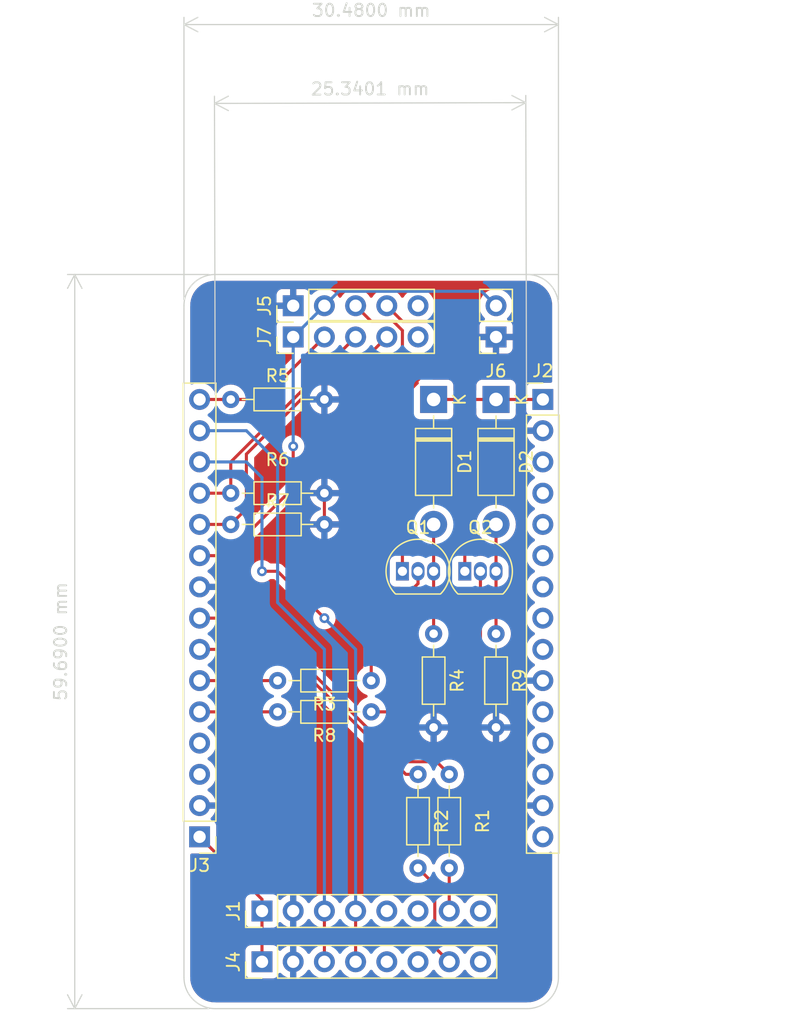
<source format=kicad_pcb>
(kicad_pcb (version 20211014) (generator pcbnew)
  (layers (0 "F.Cu" signal) (31 "B.Cu" signal) (34 "B.Paste" user) (35 "F.Paste" user) (36 "B.SilkS" user "B.Silkscreen") (37 "F.SilkS" user "F.Silkscreen") (38 "B.Mask" user) (39 "F.Mask" user) (44 "Edge.Cuts" user))
  (net 0 "")
  (net 1 "Net-(Q1-Pad2)")
  (net 2 "D8")
  (net 3 "Net-(D1-Pad2)")
  (net 4 "G")
  (net 5 "Net-(Q2-Pad2)")
  (net 6 "D7")
  (net 7 "Net-(D2-Pad2)")
  (net 8 "Xaxis")
  (net 9 "Yaxis")
  (net 10 "A0")
  (net 11 "3V")
  (net 12 "VV")
  (net 13 "S3")
  (net 14 "S2")
  (net 15 "S1")
  (net 16 "Sc")
  (net 17 "S0")
  (net 18 "SK")
  (net 19 "EN")
  (net 20 "RST")
  (net 21 "Vin")
  (net 22 "TX")
  (net 23 "RT")
  (net 24 "D6")
  (net 25 "D5")
  (net 26 "D4")
  (net 27 "D3")
  (net 28 "D2")
  (net 29 "D1")
  (net 30 "D0")
  (net 39 "Net-(J1-Pad7)")
  (net 40 "Net-(J4-Pad7)")
  (footprint "Connector_PinHeader_2.54mm:PinHeader_1x05_P2.54mm_Vertical" (layer "F.Cu") (at 81.28 50.8 90)
    (fp_text reference "J5" (at 0 -2.33 90) (layer "F.SilkS"))
    (fp_text value "Joystick")
    (fp_line (start -1.33 0) (end -1.33 -1.33) (layer "F.SilkS") (width 0.12))
    (fp_line (start 1.33 1.27) (end 1.33 11.49) (layer "F.SilkS") (width 0.12))
    (fp_line (start -1.33 1.27) (end -1.33 11.49) (layer "F.SilkS") (width 0.12))
    (fp_line (start -1.33 -1.33) (end 0 -1.33) (layer "F.SilkS") (width 0.12))
    (fp_line (start -1.33 1.27) (end 1.33 1.27) (layer "F.SilkS") (width 0.12))
    (fp_line (start -1.33 11.49) (end 1.33 11.49) (layer "F.SilkS") (width 0.12))
    (pad "1" thru_hole rect (at 0 0 90) (size 1.7 1.7) (drill 1) (layers *.Cu *.Mask) (net 4 "G"))
    (pad "2" thru_hole oval (at 0 2.54 90) (size 1.7 1.7) (drill 1) (layers *.Cu *.Mask) (net 11 "3V"))
    (pad "3" thru_hole oval (at 0 5.08 90) (size 1.7 1.7) (drill 1) (layers *.Cu *.Mask) (net 8 "Xaxis"))
    (pad "4" thru_hole oval (at 0 7.62 90) (size 1.7 1.7) (drill 1) (layers *.Cu *.Mask) (net 9 "Yaxis"))
    (pad "5" thru_hole oval (at 0 10.16 90) (size 1.7 1.7) (drill 1) (layers *.Cu *.Mask))
  )
  (footprint "Connector_PinHeader_2.54mm:PinHeader_1x08_P2.54mm_Vertical" (layer "F.Cu") (at 78.74 100.0125 90)
    (fp_text reference "J1" (at 0 -2.33 90) (layer "F.SilkS"))
    (fp_text value "SensorIn")
    (fp_line (start -1.33 19.11) (end 1.33 19.11) (layer "F.SilkS") (width 0.12))
    (fp_line (start -1.33 -1.33) (end 0 -1.33) (layer "F.SilkS") (width 0.12))
    (fp_line (start -1.33 1.27) (end -1.33 19.11) (layer "F.SilkS") (width 0.12))
    (fp_line (start 1.33 1.27) (end 1.33 19.11) (layer "F.SilkS") (width 0.12))
    (fp_line (start -1.33 0) (end -1.33 -1.33) (layer "F.SilkS") (width 0.12))
    (fp_line (start -1.33 1.27) (end 1.33 1.27) (layer "F.SilkS") (width 0.12))
    (pad "1" thru_hole rect (at 0 0 90) (size 1.7 1.7) (drill 1) (layers *.Cu *.Mask) (net 11 "3V"))
    (pad "2" thru_hole oval (at 0 2.54 90) (size 1.7 1.7) (drill 1) (layers *.Cu *.Mask) (net 4 "G"))
    (pad "3" thru_hole oval (at 0 5.08 90) (size 1.7 1.7) (drill 1) (layers *.Cu *.Mask) (net 29 "D1"))
    (pad "4" thru_hole oval (at 0 7.62 90) (size 1.7 1.7) (drill 1) (layers *.Cu *.Mask) (net 28 "D2"))
    (pad "5" thru_hole oval (at 0 10.16 90) (size 1.7 1.7) (drill 1) (layers *.Cu *.Mask))
    (pad "6" thru_hole oval (at 0 12.7 90) (size 1.7 1.7) (drill 1) (layers *.Cu *.Mask))
    (pad "7" thru_hole oval (at 0 15.24 90) (size 1.7 1.7) (drill 1) (layers *.Cu *.Mask) (net 39 "Net-(J1-Pad7)"))
    (pad "8" thru_hole oval (at 0 17.78 90) (size 1.7 1.7) (drill 1) (layers *.Cu *.Mask))
  )
  (footprint "Package_TO_SOT_THT:TO-92_Inline" (layer "F.Cu") (at 95.25 72.39)
    (fp_text reference "Q2" (at 1.27 -3.56) (layer "F.SilkS"))
    (fp_text value "BC337")
    (fp_line (start -0.53 1.85) (end 3.07 1.85) (layer "F.SilkS") (width 0.12))
    (fp_arc (start 1.27 -2.6) (mid 3.672087 -0.994977) (end 3.108478 1.838478) (layer "F.SilkS") (width 0.12))
    (fp_arc (start -0.568478 1.838478) (mid -1.132087 -0.994977) (end 1.27 -2.6) (layer "F.SilkS") (width 0.12))
    (pad "1" thru_hole rect (at 0 0) (size 1.05 1.5) (drill 0.75) (layers *.Cu *.Mask) (net 9 "Yaxis"))
    (pad "2" thru_hole oval (at 1.27 0) (size 1.05 1.5) (drill 0.75) (layers *.Cu *.Mask) (net 5 "Net-(Q2-Pad2)"))
    (pad "3" thru_hole oval (at 2.54 0) (size 1.05 1.5) (drill 0.75) (layers *.Cu *.Mask) (net 7 "Net-(D2-Pad2)"))
  )
  (footprint "Diode_THT:D_DO-41_SOD81_P10.16mm_Horizontal" (layer "F.Cu") (at 92.71 58.42 -90)
    (fp_text reference "D1" (at 5.08 -2.54 90) (layer "F.SilkS"))
    (fp_text value "1N4007")
    (fp_text user "K" (at 0 -2.1 90) (layer "F.SilkS"))
    (fp_line (start 3.38 -1.47) (end 3.38 1.47) (layer "F.SilkS") (width 0.12))
    (fp_line (start 7.8 1.47) (end 7.8 -1.47) (layer "F.SilkS") (width 0.12))
    (fp_line (start 2.36 1.47) (end 7.8 1.47) (layer "F.SilkS") (width 0.12))
    (fp_line (start 8.82 0) (end 7.8 0) (layer "F.SilkS") (width 0.12))
    (fp_line (start 1.34 0) (end 2.36 0) (layer "F.SilkS") (width 0.12))
    (fp_line (start 3.26 -1.47) (end 3.26 1.47) (layer "F.SilkS") (width 0.12))
    (fp_line (start 7.8 -1.47) (end 2.36 -1.47) (layer "F.SilkS") (width 0.12))
    (fp_line (start 2.36 -1.47) (end 2.36 1.47) (layer "F.SilkS") (width 0.12))
    (fp_line (start 3.14 -1.47) (end 3.14 1.47) (layer "F.SilkS") (width 0.12))
    (pad "1" thru_hole rect (at 0 0 270) (size 2.2 2.2) (drill 1.1) (layers *.Cu *.Mask) (net 10 "A0"))
    (pad "2" thru_hole oval (at 10.16 0 270) (size 2.2 2.2) (drill 1.1) (layers *.Cu *.Mask) (net 3 "Net-(D1-Pad2)"))
  )
  (footprint "Diode_THT:D_DO-41_SOD81_P10.16mm_Horizontal" (layer "F.Cu") (at 97.79 58.42 -90)
    (fp_text reference "D2" (at 5.08 -2.47 -270) (layer "F.SilkS"))
    (fp_text value "1N4007")
    (fp_text user "K" (at 0 -2.1 -270) (layer "F.SilkS"))
    (fp_line (start 8.82 0) (end 7.8 0) (layer "F.SilkS") (width 0.12))
    (fp_line (start 2.36 1.47) (end 7.8 1.47) (layer "F.SilkS") (width 0.12))
    (fp_line (start 3.26 -1.47) (end 3.26 1.47) (layer "F.SilkS") (width 0.12))
    (fp_line (start 3.14 -1.47) (end 3.14 1.47) (layer "F.SilkS") (width 0.12))
    (fp_line (start 2.36 -1.47) (end 2.36 1.47) (layer "F.SilkS") (width 0.12))
    (fp_line (start 1.34 0) (end 2.36 0) (layer "F.SilkS") (width 0.12))
    (fp_line (start 7.8 -1.47) (end 2.36 -1.47) (layer "F.SilkS") (width 0.12))
    (fp_line (start 7.8 1.47) (end 7.8 -1.47) (layer "F.SilkS") (width 0.12))
    (fp_line (start 3.38 -1.47) (end 3.38 1.47) (layer "F.SilkS") (width 0.12))
    (pad "1" thru_hole rect (at 0 0 270) (size 2.2 2.2) (drill 1.1) (layers *.Cu *.Mask) (net 10 "A0"))
    (pad "2" thru_hole oval (at 10.16 0 270) (size 2.2 2.2) (drill 1.1) (layers *.Cu *.Mask) (net 7 "Net-(D2-Pad2)"))
  )
  (footprint "Resistor_THT:R_Axial_DIN0204_L3.6mm_D1.6mm_P7.62mm_Horizontal" (layer "F.Cu") (at 91.44 88.9 -90)
    (fp_text reference "R2" (at 3.81 -1.92 90) (layer "F.SilkS"))
    (fp_text value "R")
    (fp_line (start 5.73 -0.92) (end 1.89 -0.92) (layer "F.SilkS") (width 0.12))
    (fp_line (start 5.73 0.92) (end 5.73 -0.92) (layer "F.SilkS") (width 0.12))
    (fp_line (start 1.89 -0.92) (end 1.89 0.92) (layer "F.SilkS") (width 0.12))
    (fp_line (start 1.89 0.92) (end 5.73 0.92) (layer "F.SilkS") (width 0.12))
    (fp_line (start 6.68 0) (end 5.73 0) (layer "F.SilkS") (width 0.12))
    (fp_line (start 0.94 0) (end 1.89 0) (layer "F.SilkS") (width 0.12))
    (pad "1" thru_hole circle (at 0 0 270) (size 1.4 1.4) (drill 0.7) (layers *.Cu *.Mask) (net 24 "D6"))
    (pad "2" thru_hole oval (at 7.62 0 270) (size 1.4 1.4) (drill 0.7) (layers *.Cu *.Mask) (net 40 "Net-(J4-Pad7)"))
  )
  (footprint "Resistor_THT:R_Axial_DIN0204_L3.6mm_D1.6mm_P7.62mm_Horizontal" (layer "F.Cu") (at 76.2 58.42)
    (fp_text reference "R5" (at 3.81 -1.92) (layer "F.SilkS"))
    (fp_text value "R")
    (fp_line (start 1.89 -0.92) (end 1.89 0.92) (layer "F.SilkS") (width 0.12))
    (fp_line (start 0.94 0) (end 1.89 0) (layer "F.SilkS") (width 0.12))
    (fp_line (start 5.73 -0.92) (end 1.89 -0.92) (layer "F.SilkS") (width 0.12))
    (fp_line (start 6.68 0) (end 5.73 0) (layer "F.SilkS") (width 0.12))
    (fp_line (start 1.89 0.92) (end 5.73 0.92) (layer "F.SilkS") (width 0.12))
    (fp_line (start 5.73 0.92) (end 5.73 -0.92) (layer "F.SilkS") (width 0.12))
    (pad "1" thru_hole circle (at 0 0) (size 1.4 1.4) (drill 0.7) (layers *.Cu *.Mask) (net 30 "D0"))
    (pad "2" thru_hole oval (at 7.62 0) (size 1.4 1.4) (drill 0.7) (layers *.Cu *.Mask) (net 4 "G"))
  )
  (footprint "Resistor_THT:R_Axial_DIN0204_L3.6mm_D1.6mm_P7.62mm_Horizontal" (layer "F.Cu") (at 93.98 88.9 -90)
    (fp_text reference "R1" (at 3.81 -2.72 90) (layer "F.SilkS"))
    (fp_text value "R")
    (fp_line (start 5.73 -0.92) (end 1.89 -0.92) (layer "F.SilkS") (width 0.12))
    (fp_line (start 1.89 -0.92) (end 1.89 0.92) (layer "F.SilkS") (width 0.12))
    (fp_line (start 5.73 0.92) (end 5.73 -0.92) (layer "F.SilkS") (width 0.12))
    (fp_line (start 0.94 0) (end 1.89 0) (layer "F.SilkS") (width 0.12))
    (fp_line (start 6.68 0) (end 5.73 0) (layer "F.SilkS") (width 0.12))
    (fp_line (start 1.89 0.92) (end 5.73 0.92) (layer "F.SilkS") (width 0.12))
    (pad "1" thru_hole circle (at 0 0 270) (size 1.4 1.4) (drill 0.7) (layers *.Cu *.Mask) (net 25 "D5"))
    (pad "2" thru_hole oval (at 7.62 0 270) (size 1.4 1.4) (drill 0.7) (layers *.Cu *.Mask) (net 39 "Net-(J1-Pad7)"))
  )
  (footprint "Resistor_THT:R_Axial_DIN0204_L3.6mm_D1.6mm_P7.62mm_Horizontal" (layer "F.Cu") (at 76.2 68.58)
    (fp_text reference "R7" (at 3.81 -1.92) (layer "F.SilkS"))
    (fp_text value "R")
    (fp_line (start 1.89 -0.92) (end 1.89 0.92) (layer "F.SilkS") (width 0.12))
    (fp_line (start 6.68 0) (end 5.73 0) (layer "F.SilkS") (width 0.12))
    (fp_line (start 1.89 0.92) (end 5.73 0.92) (layer "F.SilkS") (width 0.12))
    (fp_line (start 5.73 -0.92) (end 1.89 -0.92) (layer "F.SilkS") (width 0.12))
    (fp_line (start 0.94 0) (end 1.89 0) (layer "F.SilkS") (width 0.12))
    (fp_line (start 5.73 0.92) (end 5.73 -0.92) (layer "F.SilkS") (width 0.12))
    (pad "1" thru_hole circle (at 0 0) (size 1.4 1.4) (drill 0.7) (layers *.Cu *.Mask) (net 26 "D4"))
    (pad "2" thru_hole oval (at 7.62 0) (size 1.4 1.4) (drill 0.7) (layers *.Cu *.Mask) (net 4 "G"))
  )
  (footprint "Resistor_THT:R_Axial_DIN0204_L3.6mm_D1.6mm_P7.62mm_Horizontal" (layer "F.Cu") (at 87.63 81.28 180)
    (fp_text reference "R3" (at 3.81 -1.92) (layer "F.SilkS"))
    (fp_text value "R")
    (fp_line (start 5.73 0.92) (end 5.73 -0.92) (layer "F.SilkS") (width 0.12))
    (fp_line (start 1.89 -0.92) (end 1.89 0.92) (layer "F.SilkS") (width 0.12))
    (fp_line (start 5.73 -0.92) (end 1.89 -0.92) (layer "F.SilkS") (width 0.12))
    (fp_line (start 1.89 0.92) (end 5.73 0.92) (layer "F.SilkS") (width 0.12))
    (fp_line (start 0.94 0) (end 1.89 0) (layer "F.SilkS") (width 0.12))
    (fp_line (start 6.68 0) (end 5.73 0) (layer "F.SilkS") (width 0.12))
    (pad "1" thru_hole circle (at 0 0 180) (size 1.4 1.4) (drill 0.7) (layers *.Cu *.Mask) (net 1 "Net-(Q1-Pad2)"))
    (pad "2" thru_hole oval (at 7.62 0 180) (size 1.4 1.4) (drill 0.7) (layers *.Cu *.Mask) (net 6 "D7"))
  )
  (footprint "Connector_PinHeader_2.54mm:PinHeader_1x15_P2.54mm_Vertical" (layer "F.Cu") (at 73.66 93.98 180)
    (fp_text reference "J3" (at 0 -2.33) (layer "F.SilkS"))
    (fp_text value "ESP8266 R")
    (fp_line (start -1.33 1.27) (end -1.33 36.89) (layer "F.SilkS") (width 0.12))
    (fp_line (start -1.33 0) (end -1.33 -1.33) (layer "F.SilkS") (width 0.12))
    (fp_line (start -1.33 1.27) (end 1.33 1.27) (layer "F.SilkS") (width 0.12))
    (fp_line (start -1.33 -1.33) (end 0 -1.33) (layer "F.SilkS") (width 0.12))
    (fp_line (start 1.33 1.27) (end 1.33 36.89) (layer "F.SilkS") (width 0.12))
    (fp_line (start -1.33 36.89) (end 1.33 36.89) (layer "F.SilkS") (width 0.12))
    (pad "1" thru_hole rect (at 0 0 180) (size 1.7 1.7) (drill 1) (layers *.Cu *.Mask) (net 11 "3V"))
    (pad "2" thru_hole oval (at 0 2.54 180) (size 1.7 1.7) (drill 1) (layers *.Cu *.Mask) (net 4 "G"))
    (pad "3" thru_hole oval (at 0 5.08 180) (size 1.7 1.7) (drill 1) (layers *.Cu *.Mask) (net 22 "TX"))
    (pad "4" thru_hole oval (at 0 7.62 180) (size 1.7 1.7) (drill 1) (layers *.Cu *.Mask) (net 23 "RT"))
    (pad "5" thru_hole oval (at 0 10.16 180) (size 1.7 1.7) (drill 1) (layers *.Cu *.Mask) (net 2 "D8"))
    (pad "6" thru_hole oval (at 0 12.7 180) (size 1.7 1.7) (drill 1) (layers *.Cu *.Mask) (net 6 "D7"))
    (pad "7" thru_hole oval (at 0 15.24 180) (size 1.7 1.7) (drill 1) (layers *.Cu *.Mask) (net 24 "D6"))
    (pad "8" thru_hole oval (at 0 17.78 180) (size 1.7 1.7) (drill 1) (layers *.Cu *.Mask) (net 25 "D5"))
    (pad "9" thru_hole oval (at 0 20.32 180) (size 1.7 1.7) (drill 1) (layers *.Cu *.Mask) (net 4 "G"))
    (pad "10" thru_hole oval (at 0 22.86 180) (size 1.7 1.7) (drill 1) (layers *.Cu *.Mask) (net 11 "3V"))
    (pad "11" thru_hole oval (at 0 25.4 180) (size 1.7 1.7) (drill 1) (layers *.Cu *.Mask) (net 26 "D4"))
    (pad "12" thru_hole oval (at 0 27.94 180) (size 1.7 1.7) (drill 1) (layers *.Cu *.Mask) (net 27 "D3"))
    (pad "13" thru_hole oval (at 0 30.48 180) (size 1.7 1.7) (drill 1) (layers *.Cu *.Mask) (net 28 "D2"))
    (pad "14" thru_hole oval (at 0 33.02 180) (size 1.7 1.7) (drill 1) (layers *.Cu *.Mask) (net 29 "D1"))
    (pad "15" thru_hole oval (at 0 35.56 180) (size 1.7 1.7) (drill 1) (layers *.Cu *.Mask) (net 30 "D0"))
  )
  (footprint "Resistor_THT:R_Axial_DIN0204_L3.6mm_D1.6mm_P7.62mm_Horizontal" (layer "F.Cu") (at 87.63 83.82 180)
    (fp_text reference "R8" (at 3.81 -1.92) (layer "F.SilkS"))
    (fp_text value "R")
    (fp_line (start 1.89 -0.92) (end 1.89 0.92) (layer "F.SilkS") (width 0.12))
    (fp_line (start 1.89 0.92) (end 5.73 0.92) (layer "F.SilkS") (width 0.12))
    (fp_line (start 5.73 -0.92) (end 1.89 -0.92) (layer "F.SilkS") (width 0.12))
    (fp_line (start 6.68 0) (end 5.73 0) (layer "F.SilkS") (width 0.12))
    (fp_line (start 5.73 0.92) (end 5.73 -0.92) (layer "F.SilkS") (width 0.12))
    (fp_line (start 0.94 0) (end 1.89 0) (layer "F.SilkS") (width 0.12))
    (pad "1" thru_hole circle (at 0 0 180) (size 1.4 1.4) (drill 0.7) (layers *.Cu *.Mask) (net 5 "Net-(Q2-Pad2)"))
    (pad "2" thru_hole oval (at 7.62 0 180) (size 1.4 1.4) (drill 0.7) (layers *.Cu *.Mask) (net 2 "D8"))
  )
  (footprint "Connector_PinHeader_2.54mm:PinHeader_1x05_P2.54mm_Vertical" (layer "F.Cu") (at 81.28 53.34 90)
    (fp_text reference "J7" (at 0 -2.33 90) (layer "F.SilkS"))
    (fp_text value "buttons")
    (fp_line (start 1.33 1.27) (end 1.33 11.49) (layer "F.SilkS") (width 0.12))
    (fp_line (start -1.33 0) (end -1.33 -1.33) (layer "F.SilkS") (width 0.12))
    (fp_line (start -1.33 1.27) (end 1.33 1.27) (layer "F.SilkS") (width 0.12))
    (fp_line (start -1.33 11.49) (end 1.33 11.49) (layer "F.SilkS") (width 0.12))
    (fp_line (start -1.33 -1.33) (end 0 -1.33) (layer "F.SilkS") (width 0.12))
    (fp_line (start -1.33 1.27) (end -1.33 11.49) (layer "F.SilkS") (width 0.12))
    (pad "1" thru_hole rect (at 0 0 90) (size 1.7 1.7) (drill 1) (layers *.Cu *.Mask) (net 11 "3V"))
    (pad "2" thru_hole oval (at 0 2.54 90) (size 1.7 1.7) (drill 1) (layers *.Cu *.Mask) (net 30 "D0"))
    (pad "3" thru_hole oval (at 0 5.08 90) (size 1.7 1.7) (drill 1) (layers *.Cu *.Mask) (net 27 "D3"))
    (pad "4" thru_hole oval (at 0 7.62 90) (size 1.7 1.7) (drill 1) (layers *.Cu *.Mask) (net 26 "D4"))
    (pad "5" thru_hole oval (at 0 10.16 90) (size 1.7 1.7) (drill 1) (layers *.Cu *.Mask))
  )
  (footprint "Resistor_THT:R_Axial_DIN0204_L3.6mm_D1.6mm_P7.62mm_Horizontal" (layer "F.Cu") (at 76.2 66.04)
    (fp_text reference "R6" (at 3.81 -2.72) (layer "F.SilkS"))
    (fp_text value "R")
    (fp_line (start 6.68 0) (end 5.73 0) (layer "F.SilkS") (width 0.12))
    (fp_line (start 5.73 -0.92) (end 1.89 -0.92) (layer "F.SilkS") (width 0.12))
    (fp_line (start 5.73 0.92) (end 5.73 -0.92) (layer "F.SilkS") (width 0.12))
    (fp_line (start 1.89 -0.92) (end 1.89 0.92) (layer "F.SilkS") (width 0.12))
    (fp_line (start 0.94 0) (end 1.89 0) (layer "F.SilkS") (width 0.12))
    (fp_line (start 1.89 0.92) (end 5.73 0.92) (layer "F.SilkS") (width 0.12))
    (pad "1" thru_hole circle (at 0 0) (size 1.4 1.4) (drill 0.7) (layers *.Cu *.Mask) (net 27 "D3"))
    (pad "2" thru_hole oval (at 7.62 0) (size 1.4 1.4) (drill 0.7) (layers *.Cu *.Mask) (net 4 "G"))
  )
  (footprint "Resistor_THT:R_Axial_DIN0204_L3.6mm_D1.6mm_P7.62mm_Horizontal" (layer "F.Cu") (at 92.71 77.47 -90)
    (fp_text reference "R4" (at 3.81 -1.92 90) (layer "F.SilkS"))
    (fp_text value "R")
    (fp_line (start 1.89 0.92) (end 5.73 0.92) (layer "F.SilkS") (width 0.12))
    (fp_line (start 0.94 0) (end 1.89 0) (layer "F.SilkS") (width 0.12))
    (fp_line (start 1.89 -0.92) (end 1.89 0.92) (layer "F.SilkS") (width 0.12))
    (fp_line (start 5.73 -0.92) (end 1.89 -0.92) (layer "F.SilkS") (width 0.12))
    (fp_line (start 5.73 0.92) (end 5.73 -0.92) (layer "F.SilkS") (width 0.12))
    (fp_line (start 6.68 0) (end 5.73 0) (layer "F.SilkS") (width 0.12))
    (pad "1" thru_hole circle (at 0 0 270) (size 1.4 1.4) (drill 0.7) (layers *.Cu *.Mask) (net 3 "Net-(D1-Pad2)"))
    (pad "2" thru_hole oval (at 7.62 0 270) (size 1.4 1.4) (drill 0.7) (layers *.Cu *.Mask) (net 4 "G"))
  )
  (footprint "Connector_PinSocket_2.54mm:PinSocket_1x02_P2.54mm_Vertical" (layer "F.Cu") (at 97.79 53.34 180)
    (fp_text reference "J6" (at 0 -2.77) (layer "F.SilkS"))
    (fp_text value "Conn_01x02")
    (fp_line (start 0 -1.33) (end 1.33 -1.33) (layer "F.SilkS") (width 0.12))
    (fp_line (start -1.33 3.87) (end 1.33 3.87) (layer "F.SilkS") (width 0.12))
    (fp_line (start 1.33 -1.33) (end 1.33 0) (layer "F.SilkS") (width 0.12))
    (fp_line (start 1.33 1.27) (end 1.33 3.87) (layer "F.SilkS") (width 0.12))
    (fp_line (start -1.33 1.27) (end -1.33 3.87) (layer "F.SilkS") (width 0.12))
    (fp_line (start -1.33 1.27) (end 1.33 1.27) (layer "F.SilkS") (width 0.12))
    (pad "1" thru_hole rect (at 0 0 180) (size 1.7 1.7) (drill 1) (layers *.Cu *.Mask) (net 4 "G"))
    (pad "2" thru_hole oval (at 0 2.54 180) (size 1.7 1.7) (drill 1) (layers *.Cu *.Mask) (net 11 "3V"))
  )
  (footprint "Resistor_THT:R_Axial_DIN0204_L3.6mm_D1.6mm_P7.62mm_Horizontal" (layer "F.Cu") (at 97.79 77.47 -90)
    (fp_text reference "R9" (at 3.81 -1.92 90) (layer "F.SilkS"))
    (fp_text value "R")
    (fp_line (start 1.89 0.92) (end 5.73 0.92) (layer "F.SilkS") (width 0.12))
    (fp_line (start 5.73 0.92) (end 5.73 -0.92) (layer "F.SilkS") (width 0.12))
    (fp_line (start 0.94 0) (end 1.89 0) (layer "F.SilkS") (width 0.12))
    (fp_line (start 1.89 -0.92) (end 1.89 0.92) (layer "F.SilkS") (width 0.12))
    (fp_line (start 5.73 -0.92) (end 1.89 -0.92) (layer "F.SilkS") (width 0.12))
    (fp_line (start 6.68 0) (end 5.73 0) (layer "F.SilkS") (width 0.12))
    (pad "1" thru_hole circle (at 0 0 270) (size 1.4 1.4) (drill 0.7) (layers *.Cu *.Mask) (net 7 "Net-(D2-Pad2)"))
    (pad "2" thru_hole oval (at 7.62 0 270) (size 1.4 1.4) (drill 0.7) (layers *.Cu *.Mask) (net 4 "G"))
  )
  (footprint "Connector_PinHeader_2.54mm:PinHeader_1x15_P2.54mm_Vertical" (layer "F.Cu") (at 101.6 58.42)
    (fp_text reference "J2" (at 0 -2.33) (layer "F.SilkS"))
    (fp_text value "ESP8266 L")
    (fp_line (start -1.33 36.89) (end 1.33 36.89) (layer "F.SilkS") (width 0.12))
    (fp_line (start -1.33 1.27) (end 1.33 1.27) (layer "F.SilkS") (width 0.12))
    (fp_line (start -1.33 1.27) (end -1.33 36.89) (layer "F.SilkS") (width 0.12))
    (fp_line (start -1.33 -1.33) (end 0 -1.33) (layer "F.SilkS") (width 0.12))
    (fp_line (start -1.33 0) (end -1.33 -1.33) (layer "F.SilkS") (width 0.12))
    (fp_line (start 1.33 1.27) (end 1.33 36.89) (layer "F.SilkS") (width 0.12))
    (pad "1" thru_hole rect (at 0 0) (size 1.7 1.7) (drill 1) (layers *.Cu *.Mask) (net 10 "A0"))
    (pad "2" thru_hole oval (at 0 2.54) (size 1.7 1.7) (drill 1) (layers *.Cu *.Mask) (net 4 "G"))
    (pad "3" thru_hole oval (at 0 5.08) (size 1.7 1.7) (drill 1) (layers *.Cu *.Mask) (net 12 "VV"))
    (pad "4" thru_hole oval (at 0 7.62) (size 1.7 1.7) (drill 1) (layers *.Cu *.Mask) (net 13 "S3"))
    (pad "5" thru_hole oval (at 0 10.16) (size 1.7 1.7) (drill 1) (layers *.Cu *.Mask) (net 14 "S2"))
    (pad "6" thru_hole oval (at 0 12.7) (size 1.7 1.7) (drill 1) (layers *.Cu *.Mask) (net 15 "S1"))
    (pad "7" thru_hole oval (at 0 15.24) (size 1.7 1.7) (drill 1) (layers *.Cu *.Mask) (net 16 "Sc"))
    (pad "8" thru_hole oval (at 0 17.78) (size 1.7 1.7) (drill 1) (layers *.Cu *.Mask) (net 17 "S0"))
    (pad "9" thru_hole oval (at 0 20.32) (size 1.7 1.7) (drill 1) (layers *.Cu *.Mask) (net 18 "SK"))
    (pad "10" thru_hole oval (at 0 22.86) (size 1.7 1.7) (drill 1) (layers *.Cu *.Mask) (net 4 "G"))
    (pad "11" thru_hole oval (at 0 25.4) (size 1.7 1.7) (drill 1) (layers *.Cu *.Mask) (net 11 "3V"))
    (pad "12" thru_hole oval (at 0 27.94) (size 1.7 1.7) (drill 1) (layers *.Cu *.Mask) (net 19 "EN"))
    (pad "13" thru_hole oval (at 0 30.48) (size 1.7 1.7) (drill 1) (layers *.Cu *.Mask) (net 20 "RST"))
    (pad "14" thru_hole oval (at 0 33.02) (size 1.7 1.7) (drill 1) (layers *.Cu *.Mask) (net 4 "G"))
    (pad "15" thru_hole oval (at 0 35.56) (size 1.7 1.7) (drill 1) (layers *.Cu *.Mask) (net 21 "Vin"))
  )
  (footprint "Package_TO_SOT_THT:TO-92_Inline" (layer "F.Cu") (at 90.17 72.39)
    (fp_text reference "Q1" (at 1.27 -3.56) (layer "F.SilkS"))
    (fp_text value "BC337")
    (fp_line (start -0.53 1.85) (end 3.07 1.85) (layer "F.SilkS") (width 0.12))
    (fp_arc (start 1.27 -2.6) (mid 3.672087 -0.994977) (end 3.108478 1.838478) (layer "F.SilkS") (width 0.12))
    (fp_arc (start -0.568478 1.838478) (mid -1.132087 -0.994977) (end 1.27 -2.6) (layer "F.SilkS") (width 0.12))
    (pad "1" thru_hole rect (at 0 0) (size 1.05 1.5) (drill 0.75) (layers *.Cu *.Mask) (net 8 "Xaxis"))
    (pad "2" thru_hole oval (at 1.27 0) (size 1.05 1.5) (drill 0.75) (layers *.Cu *.Mask) (net 1 "Net-(Q1-Pad2)"))
    (pad "3" thru_hole oval (at 2.54 0) (size 1.05 1.5) (drill 0.75) (layers *.Cu *.Mask) (net 3 "Net-(D1-Pad2)"))
  )
  (footprint "Connector_PinHeader_2.54mm:PinHeader_1x08_P2.54mm_Vertical" (layer "F.Cu") (at 78.74 104.14 90)
    (fp_text reference "J4" (at 0 -2.33 90) (layer "F.SilkS"))
    (fp_text value "sensorOut")
    (fp_line (start 1.33 1.27) (end 1.33 19.11) (layer "F.SilkS") (width 0.12))
    (fp_line (start -1.33 1.27) (end -1.33 19.11) (layer "F.SilkS") (width 0.12))
    (fp_line (start -1.33 19.11) (end 1.33 19.11) (layer "F.SilkS") (width 0.12))
    (fp_line (start -1.33 1.27) (end 1.33 1.27) (layer "F.SilkS") (width 0.12))
    (fp_line (start -1.33 0) (end -1.33 -1.33) (layer "F.SilkS") (width 0.12))
    (fp_line (start -1.33 -1.33) (end 0 -1.33) (layer "F.SilkS") (width 0.12))
    (pad "1" thru_hole rect (at 0 0 90) (size 1.7 1.7) (drill 1) (layers *.Cu *.Mask) (net 11 "3V"))
    (pad "2" thru_hole oval (at 0 2.54 90) (size 1.7 1.7) (drill 1) (layers *.Cu *.Mask) (net 4 "G"))
    (pad "3" thru_hole oval (at 0 5.08 90) (size 1.7 1.7) (drill 1) (layers *.Cu *.Mask) (net 29 "D1"))
    (pad "4" thru_hole oval (at 0 7.62 90) (size 1.7 1.7) (drill 1) (layers *.Cu *.Mask) (net 28 "D2"))
    (pad "5" thru_hole oval (at 0 10.16 90) (size 1.7 1.7) (drill 1) (layers *.Cu *.Mask))
    (pad "6" thru_hole oval (at 0 12.7 90) (size 1.7 1.7) (drill 1) (layers *.Cu *.Mask))
    (pad "7" thru_hole oval (at 0 15.24 90) (size 1.7 1.7) (drill 1) (layers *.Cu *.Mask) (net 40 "Net-(J4-Pad7)"))
    (pad "8" thru_hole oval (at 0 17.78 90) (size 1.7 1.7) (drill 1) (layers *.Cu *.Mask))
  )
  (gr_arc (start 72.39 50.8) (mid 73.133949 49.003949) (end 74.93 48.26) (layer "Edge.Cuts") (width 0.1))
  (gr_arc (start 100.33 48.26) (mid 102.126051 49.003949) (end 102.87 50.8) (layer "Edge.Cuts") (width 0.1))
  (gr_arc (start 102.87 105.41) (mid 102.126051 107.206051) (end 100.33 107.95) (layer "Edge.Cuts") (width 0.1))
  (gr_line (start 74.93 48.26) (end 102.87 48.26) (layer "Edge.Cuts") (width 0.1))
  (gr_line (start 72.39 105.41) (end 72.39 50.8) (layer "Edge.Cuts") (width 0.1))
  (gr_arc (start 74.93 107.95) (mid 73.133949 107.206051) (end 72.39 105.41) (layer "Edge.Cuts") (width 0.1))
  (gr_line (start 102.87 50.8) (end 102.87 105.41) (layer "Edge.Cuts") (width 0.1))
  (gr_line (start 100.33 107.95) (end 74.93 107.95) (layer "Edge.Cuts") (width 0.1))
  (dimension (type aligned) (layer "Edge.Cuts") (pts (xy 102.87 50.8) (xy 72.39 50.8)) (height 22.86) (gr_text "30.4800 mm" (at 87.63 26.79) (layer "Edge.Cuts") (effects (font (size 1 1) (thickness 0.15)))) (format (units 3) (units_format 1) (precision 4)) (style (thickness 0.1) (arrow_length 1.27) (text_position_mode 0) (extension_height 0.58642) (extension_offset 0.5) keep_text_aligned))
  (dimension (type aligned) (layer "Edge.Cuts") (pts (xy 100.27 58.465126) (xy 74.93 58.525126)) (height 24.175194) (gr_text "25.3401 mm" (at 87.540035 33.170003 0.1356645756) (layer "Edge.Cuts") (effects (font (size 1 1) (thickness 0.15)))) (format (units 3) (units_format 1) (precision 4)) (style (thickness 0.1) (arrow_length 1.27) (text_position_mode 0) (extension_height 0.58642) (extension_offset 0.5) keep_text_aligned))
  (dimension (type aligned) (layer "Edge.Cuts") (pts (xy 74.93 107.95) (xy 74.93 48.26)) (height -11.43) (gr_text "59.6900 mm" (at 62.35 78.105 90) (layer "Edge.Cuts") (effects (font (size 1 1) (thickness 0.15)))) (format (units 3) (units_format 1) (precision 4)) (style (thickness 0.1) (arrow_length 1.27) (text_position_mode 0) (extension_height 0.58642) (extension_offset 0.5) keep_text_aligned))
  (segment (start 91.44 72.39) (end 91.44 73.39) (width 0.25) (layer "F.Cu") (net 1))
  (segment (start 91.44 73.39) (end 87.63 77.2) (width 0.25) (layer "F.Cu") (net 1))
  (segment (start 87.63 77.2) (end 87.63 81.28) (width 0.25) (layer "F.Cu") (net 1))
  (segment (start 80.01 83.82) (end 73.66 83.82) (width 0.25) (layer "F.Cu") (net 2))
  (segment (start 92.71 68.58) (end 92.71 72.39) (width 0.25) (layer "F.Cu") (net 3))
  (segment (start 92.71 77.47) (end 92.71 72.39) (width 0.25) (layer "F.Cu") (net 3))
  (segment (start 97.79 85.09) (end 92.71 85.09) (width 0.25) (layer "F.Cu") (net 4))
  (segment (start 83.82 68.58) (end 83.82 66.04) (width 0.25) (layer "F.Cu") (net 4))
  (segment (start 81.28 104.14) (end 81.28 100.0125) (width 0.25) (layer "F.Cu") (net 4))
  (segment (start 83.82 66.04) (end 83.82 58.42) (width 0.25) (layer "F.Cu") (net 4))
  (segment (start 96.52 81.28) (end 93.98 83.82) (width 0.25) (layer "F.Cu") (net 5))
  (segment (start 96.52 72.39) (end 96.52 81.28) (width 0.25) (layer "F.Cu") (net 5))
  (segment (start 93.98 83.82) (end 87.63 83.82) (width 0.25) (layer "F.Cu") (net 5))
  (segment (start 73.66 81.28) (end 80.01 81.28) (width 0.25) (layer "F.Cu") (net 6))
  (segment (start 97.79 72.39) (end 97.79 68.58) (width 0.25) (layer "F.Cu") (net 7))
  (segment (start 97.79 77.47) (end 97.79 72.39) (width 0.25) (layer "F.Cu") (net 7))
  (segment (start 87.63 52.07) (end 86.36 50.8) (width 0.25) (layer "F.Cu") (net 8))
  (segment (start 89.428558 52.07) (end 87.63 52.07) (width 0.25) (layer "F.Cu") (net 8))
  (segment (start 90.17 52.811442) (end 89.428558 52.07) (width 0.25) (layer "F.Cu") (net 8))
  (segment (start 90.17 72.39) (end 90.17 52.811442) (width 0.25) (layer "F.Cu") (net 8))
  (segment (start 91.373567 57.083567) (end 91.196433 57.083567) (width 0.25) (layer "F.Cu") (net 9))
  (segment (start 90.62 57.66) (end 90.62 58.42) (width 0.25) (layer "F.Cu") (net 9))
  (segment (start 93.98 53.34) (end 93.98 55.88) (width 0.25) (layer "F.Cu") (net 9))
  (segment (start 90.174278 52.074278) (end 92.714278 52.074278) (width 0.25) (layer "F.Cu") (net 9))
  (segment (start 90.62 57.66) (end 90.62 62.68) (width 0.25) (layer "F.Cu") (net 9))
  (segment (start 90.62 58.42) (end 90.62 57.837134) (width 0.25) (layer "F.Cu") (net 9))
  (segment (start 93.98 55.88) (end 92.4 55.88) (width 0.25) (layer "F.Cu") (net 9))
  (segment (start 88.9 50.8) (end 90.174278 52.074278) (width 0.25) (layer "F.Cu") (net 9))
  (segment (start 90.62 57.837134) (end 91.373567 57.083567) (width 0.25) (layer "F.Cu") (net 9))
  (segment (start 95.25 67.31) (end 95.25 72.39) (width 0.25) (layer "F.Cu") (net 9))
  (segment (start 91.196433 57.083567) (end 90.62 57.66) (width 0.25) (layer "F.Cu") (net 9))
  (segment (start 92.4 55.88) (end 90.62 57.66) (width 0.25) (layer "F.Cu") (net 9))
  (segment (start 92.714278 52.074278) (end 93.98 53.34) (width 0.25) (layer "F.Cu") (net 9))
  (segment (start 90.62 62.68) (end 95.25 67.31) (width 0.25) (layer "F.Cu") (net 9))
  (segment (start 101.6 58.42) (end 97.79 58.42) (width 0.25) (layer "F.Cu") (net 10))
  (segment (start 97.79 58.42) (end 92.71 58.42) (width 0.25) (layer "F.Cu") (net 10))
  (segment (start 73.66 71.12) (end 75.76718 71.12) (width 0.25) (layer "F.Cu") (net 11))
  (segment (start 78.74 100.0125) (end 78.74 99.06) (width 0.25) (layer "F.Cu") (net 11))
  (segment (start 78.74 104.14) (end 78.74 100.0125) (width 0.25) (layer "F.Cu") (net 11))
  (segment (start 81.28 65.60718) (end 81.28 62.23) (width 0.25) (layer "F.Cu") (net 11))
  (segment (start 75.76718 71.12) (end 81.28 65.60718) (width 0.25) (layer "F.Cu") (net 11))
  (segment (start 78.74 99.06) (end 73.66 93.98) (width 0.25) (layer "F.Cu") (net 11))
  (via (at 81.28 62.23) (size 0.8) (drill 0.4) (layers "F.Cu" "B.Cu") (net 11))
  (segment (start 84.995 49.625) (end 83.82 50.8) (width 0.25) (layer "B.Cu") (net 11))
  (segment (start 81.28 62.23) (end 81.28 53.34) (width 0.25) (layer "B.Cu") (net 11))
  (segment (start 97.79 50.8) (end 96.615 49.625) (width 0.25) (layer "B.Cu") (net 11))
  (segment (start 96.615 49.625) (end 84.995 49.625) (width 0.25) (layer "B.Cu") (net 11))
  (segment (start 83.82 50.8) (end 81.28 53.34) (width 0.25) (layer "B.Cu") (net 11))
  (segment (start 90.450051 88.9) (end 80.290051 78.74) (width 0.25) (layer "F.Cu") (net 24))
  (segment (start 80.290051 78.74) (end 73.66 78.74) (width 0.25) (layer "F.Cu") (net 24))
  (segment (start 91.44 88.9) (end 90.450051 88.9) (width 0.25) (layer "F.Cu") (net 24))
  (segment (start 90.061447 87.875) (end 78.386447 76.2) (width 0.25) (layer "F.Cu") (net 25))
  (segment (start 92.955 87.875) (end 90.061447 87.875) (width 0.25) (layer "F.Cu") (net 25))
  (segment (start 78.386447 76.2) (end 73.66 76.2) (width 0.25) (layer "F.Cu") (net 25))
  (segment (start 93.98 88.9) (end 92.955 87.875) (width 0.25) (layer "F.Cu") (net 25))
  (segment (start 77.47 62.866396) (end 77.47 67.31) (width 0.25) (layer "F.Cu") (net 26))
  (segment (start 73.66 68.58) (end 76.2 68.58) (width 0.25) (layer "F.Cu") (net 26))
  (segment (start 85.09 57.15) (end 83.186396 57.15) (width 0.25) (layer "F.Cu") (net 26))
  (segment (start 77.47 67.31) (end 76.2 68.58) (width 0.25) (layer "F.Cu") (net 26))
  (segment (start 83.186396 57.15) (end 77.47 62.866396) (width 0.25) (layer "F.Cu") (net 26))
  (segment (start 88.9 53.34) (end 85.09 57.15) (width 0.25) (layer "F.Cu") (net 26))
  (segment (start 76.2 63.5) (end 86.36 53.34) (width 0.25) (layer "F.Cu") (net 27))
  (segment (start 76.2 66.04) (end 76.2 63.5) (width 0.25) (layer "F.Cu") (net 27))
  (segment (start 76.2 66.04) (end 73.66 66.04) (width 0.25) (layer "F.Cu") (net 27))
  (segment (start 80.01 72.39) (end 78.74 72.39) (width 0.25) (layer "F.Cu") (net 28))
  (segment (start 83.82 76.2) (end 80.01 72.39) (width 0.25) (layer "F.Cu") (net 28))
  (segment (start 86.36 104.14) (end 86.36 100.0125) (width 0.25) (layer "F.Cu") (net 28))
  (via (at 78.74 72.39) (size 0.8) (drill 0.4) (layers "F.Cu" "B.Cu") (net 28))
  (via (at 83.82 76.2) (size 0.8) (drill 0.4) (layers "F.Cu" "B.Cu") (net 28))
  (segment (start 78.74 72.39) (end 78.74 64.77) (width 0.25) (layer "B.Cu") (net 28))
  (segment (start 86.36 100.0125) (end 86.36 78.74) (width 0.25) (layer "B.Cu") (net 28))
  (segment (start 86.36 78.74) (end 83.82 76.2) (width 0.25) (layer "B.Cu") (net 28))
  (segment (start 77.47 63.5) (end 73.66 63.5) (width 0.25) (layer "B.Cu") (net 28))
  (segment (start 78.74 64.77) (end 77.47 63.5) (width 0.25) (layer "B.Cu") (net 28))
  (segment (start 83.82 104.14) (end 83.82 100.0125) (width 0.25) (layer "F.Cu") (net 29))
  (segment (start 83.82 78.74) (end 80.01 74.93) (width 0.25) (layer "B.Cu") (net 29))
  (segment (start 80.01 74.93) (end 80.01 63.5) (width 0.25) (layer "B.Cu") (net 29))
  (segment (start 80.01 63.5) (end 77.47 60.96) (width 0.25) (layer "B.Cu") (net 29))
  (segment (start 83.82 100.0125) (end 83.82 78.74) (width 0.25) (layer "B.Cu") (net 29))
  (segment (start 77.47 60.96) (end 73.66 60.96) (width 0.25) (layer "B.Cu") (net 29))
  (segment (start 73.66 58.42) (end 76.2 58.42) (width 0.25) (layer "F.Cu") (net 30))
  (segment (start 76.2 58.42) (end 78.74 58.42) (width 0.25) (layer "F.Cu") (net 30))
  (segment (start 78.74 58.42) (end 83.82 53.34) (width 0.25) (layer "F.Cu") (net 30))
  (segment (start 93.98 100.0125) (end 93.98 96.52) (width 0.25) (layer "F.Cu") (net 39))
  (segment (start 93.98 104.14) (end 92.805 102.965) (width 0.25) (layer "F.Cu") (net 40))
  (segment (start 92.805 102.965) (end 92.805 97.885) (width 0.25) (layer "F.Cu") (net 40))
  (segment (start 92.805 97.885) (end 91.44 96.52) (width 0.25) (layer "F.Cu") (net 40))
  (zone (net 4) (net_name "G") (layer "F.Cu") (connect_pads (clearance 0.508)) (min_thickness 0.254) (fill yes (thermal_gap 0.508) (thermal_bridge_width 0.508))
    (polygon (pts (xy 105.41 73.66) (xy 105.41 109.22) (xy 71.12 109.22) (xy 71.12 46.99) (xy 105.41 46.99)))
  )
  (zone (net 4) (net_name "G") (layer "B.Cu") (connect_pads (clearance 0.508)) (min_thickness 0.254) (fill yes (thermal_gap 0.508) (thermal_bridge_width 0.508))
    (polygon (pts (xy 105.41 109.22) (xy 71.12 109.22) (xy 71.12 46.99) (xy 105.41 46.99)))
  )
)
</source>
